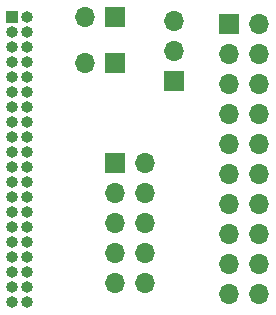
<source format=gbr>
%TF.GenerationSoftware,KiCad,Pcbnew,6.0.5+dfsg-1~bpo11+1*%
%TF.CreationDate,2022-08-16T04:59:05+00:00*%
%TF.ProjectId,olimex_stm32mp1_jtag,6f6c696d-6578-45f7-9374-6d33326d7031,rev?*%
%TF.SameCoordinates,Original*%
%TF.FileFunction,Soldermask,Bot*%
%TF.FilePolarity,Negative*%
%FSLAX46Y46*%
G04 Gerber Fmt 4.6, Leading zero omitted, Abs format (unit mm)*
G04 Created by KiCad (PCBNEW 6.0.5+dfsg-1~bpo11+1) date 2022-08-16 04:59:05*
%MOMM*%
%LPD*%
G01*
G04 APERTURE LIST*
%ADD10R,1.700000X1.700000*%
%ADD11O,1.700000X1.700000*%
%ADD12R,1.000000X1.000000*%
%ADD13O,1.000000X1.000000*%
G04 APERTURE END LIST*
D10*
%TO.C,JP2*%
X150500000Y-73120000D03*
D11*
X147960000Y-73120000D03*
%TD*%
D10*
%TO.C,JP3*%
X150500000Y-77000000D03*
D11*
X147960000Y-77000000D03*
%TD*%
D10*
%TO.C,JP1*%
X155500000Y-78540000D03*
D11*
X155500000Y-76000000D03*
X155500000Y-73460000D03*
%TD*%
D10*
%TO.C,J2*%
X150500000Y-85500000D03*
D11*
X153040000Y-85500000D03*
X150500000Y-88040000D03*
X153040000Y-88040000D03*
X150500000Y-90580000D03*
X153040000Y-90580000D03*
X150500000Y-93120000D03*
X153040000Y-93120000D03*
X150500000Y-95660000D03*
X153040000Y-95660000D03*
%TD*%
D10*
%TO.C,J1*%
X160225000Y-73695000D03*
D11*
X162765000Y-73695000D03*
X160225000Y-76235000D03*
X162765000Y-76235000D03*
X160225000Y-78775000D03*
X162765000Y-78775000D03*
X160225000Y-81315000D03*
X162765000Y-81315000D03*
X160225000Y-83855000D03*
X162765000Y-83855000D03*
X160225000Y-86395000D03*
X162765000Y-86395000D03*
X160225000Y-88935000D03*
X162765000Y-88935000D03*
X160225000Y-91475000D03*
X162765000Y-91475000D03*
X160225000Y-94015000D03*
X162765000Y-94015000D03*
X160225000Y-96555000D03*
X162765000Y-96555000D03*
%TD*%
D12*
%TO.C,J3*%
X141855000Y-73070000D03*
D13*
X143125000Y-73070000D03*
X141855000Y-74340000D03*
X143125000Y-74340000D03*
X141855000Y-75610000D03*
X143125000Y-75610000D03*
X141855000Y-76880000D03*
X143125000Y-76880000D03*
X141855000Y-78150000D03*
X143125000Y-78150000D03*
X141855000Y-79420000D03*
X143125000Y-79420000D03*
X141855000Y-80690000D03*
X143125000Y-80690000D03*
X141855000Y-81960000D03*
X143125000Y-81960000D03*
X141855000Y-83230000D03*
X143125000Y-83230000D03*
X141855000Y-84500000D03*
X143125000Y-84500000D03*
X141855000Y-85770000D03*
X143125000Y-85770000D03*
X141855000Y-87040000D03*
X143125000Y-87040000D03*
X141855000Y-88310000D03*
X143125000Y-88310000D03*
X141855000Y-89580000D03*
X143125000Y-89580000D03*
X141855000Y-90850000D03*
X143125000Y-90850000D03*
X141855000Y-92120000D03*
X143125000Y-92120000D03*
X141855000Y-93390000D03*
X143125000Y-93390000D03*
X141855000Y-94660000D03*
X143125000Y-94660000D03*
X141855000Y-95930000D03*
X143125000Y-95930000D03*
X141855000Y-97200000D03*
X143125000Y-97200000D03*
%TD*%
M02*

</source>
